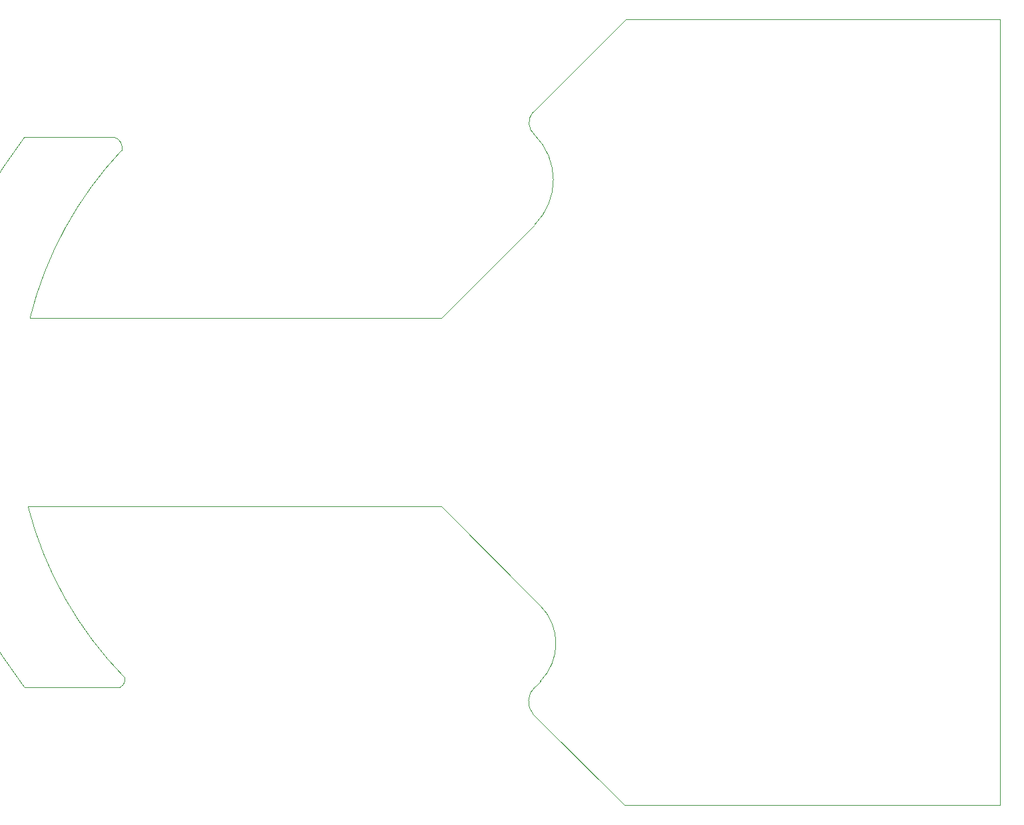
<source format=gbr>
G04*
G04 #@! TF.GenerationSoftware,Altium Limited,Altium Designer,25.5.2 (35)*
G04*
G04 Layer_Color=0*
%FSLAX25Y25*%
%MOIN*%
G70*
G04*
G04 #@! TF.SameCoordinates,3A6C04F0-8456-4D88-A865-9B6E00D0E649*
G04*
G04*
G04 #@! TF.FilePolarity,Positive*
G04*
G01*
G75*
%ADD77C,0.00100*%
D77*
X47244Y59055D02*
X95013Y59055D01*
D02*
G03*
X97308Y64056I-1576J3750D01*
G01*
D02*
G02*
X49055Y149535I135694J132958D01*
G01*
X49054Y149606D01*
X255906D01*
X305336Y100174D01*
D02*
G02*
X305496Y62081I-18967J-19126D01*
G01*
Y61996D01*
X303000Y59500D01*
D02*
G03*
X302000Y45500I6500J-7500D01*
G01*
X347500Y0D01*
X535551D01*
Y393701D01*
X348201D01*
X301761Y347261D01*
D02*
G03*
X302717Y335783I6217J-5261D01*
G01*
D02*
G02*
X302717Y290906I-22439J-22439D01*
G01*
X255906Y244094D01*
X50000D01*
D02*
G02*
X95881Y328122I183815J-45827D01*
G01*
X96001Y328172D01*
D02*
G03*
X92001Y334672I-5230J1262D01*
G01*
X92001Y334646D01*
X47244D01*
D02*
G03*
X47244Y59055I178776J-137795D01*
G01*
M02*

</source>
